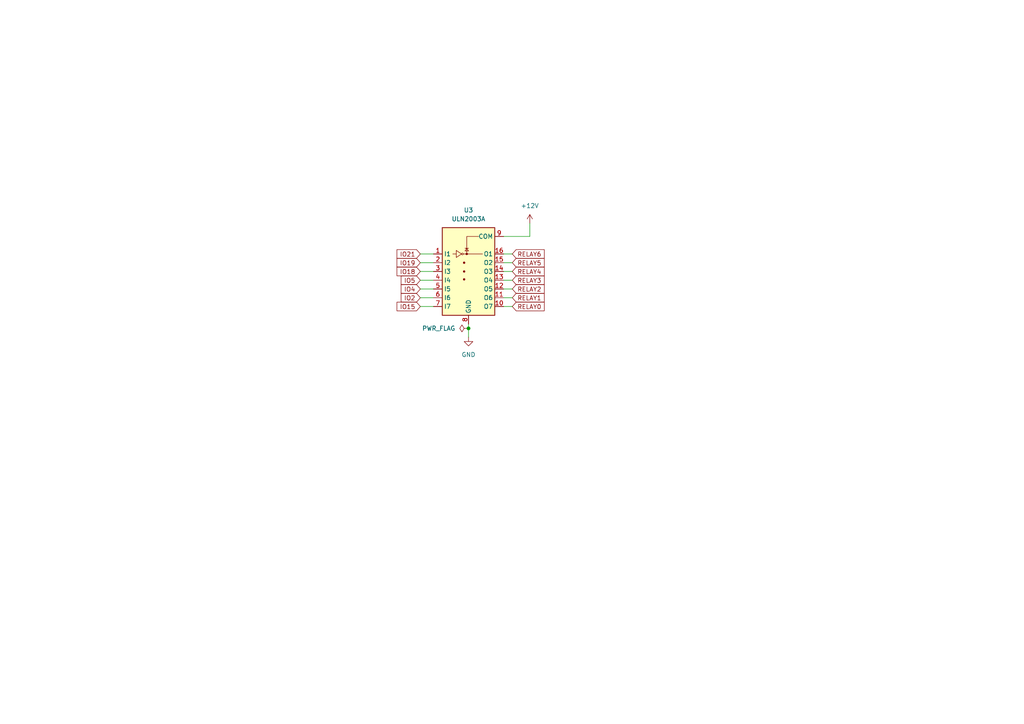
<source format=kicad_sch>
(kicad_sch (version 20230121) (generator eeschema)

  (uuid 8726aeec-0fb3-4c6d-b8ba-6667430acb5a)

  (paper "A4")

  (lib_symbols
    (symbol "Transistor_Array:ULN2003A" (in_bom yes) (on_board yes)
      (property "Reference" "U" (at 0 15.875 0)
        (effects (font (size 1.27 1.27)))
      )
      (property "Value" "ULN2003A" (at 0 13.97 0)
        (effects (font (size 1.27 1.27)))
      )
      (property "Footprint" "" (at 1.27 -13.97 0)
        (effects (font (size 1.27 1.27)) (justify left) hide)
      )
      (property "Datasheet" "http://www.ti.com/lit/ds/symlink/uln2003a.pdf" (at 2.54 -5.08 0)
        (effects (font (size 1.27 1.27)) hide)
      )
      (property "ki_keywords" "darlington transistor array" (at 0 0 0)
        (effects (font (size 1.27 1.27)) hide)
      )
      (property "ki_description" "High Voltage, High Current Darlington Transistor Arrays, SOIC16/SOIC16W/DIP16/TSSOP16" (at 0 0 0)
        (effects (font (size 1.27 1.27)) hide)
      )
      (property "ki_fp_filters" "DIP*W7.62mm* SOIC*3.9x9.9mm*P1.27mm* SSOP*4.4x5.2mm*P0.65mm* TSSOP*4.4x5mm*P0.65mm* SOIC*W*5.3x10.2mm*P1.27mm*" (at 0 0 0)
        (effects (font (size 1.27 1.27)) hide)
      )
      (symbol "ULN2003A_0_1"
        (rectangle (start -7.62 -12.7) (end 7.62 12.7)
          (stroke (width 0.254) (type default))
          (fill (type background))
        )
        (circle (center -1.778 5.08) (radius 0.254)
          (stroke (width 0) (type default))
          (fill (type none))
        )
        (circle (center -1.27 -2.286) (radius 0.254)
          (stroke (width 0) (type default))
          (fill (type outline))
        )
        (circle (center -1.27 0) (radius 0.254)
          (stroke (width 0) (type default))
          (fill (type outline))
        )
        (circle (center -1.27 2.54) (radius 0.254)
          (stroke (width 0) (type default))
          (fill (type outline))
        )
        (circle (center -0.508 5.08) (radius 0.254)
          (stroke (width 0) (type default))
          (fill (type outline))
        )
        (polyline
          (pts
            (xy -4.572 5.08)
            (xy -3.556 5.08)
          )
          (stroke (width 0) (type default))
          (fill (type none))
        )
        (polyline
          (pts
            (xy -1.524 5.08)
            (xy 4.064 5.08)
          )
          (stroke (width 0) (type default))
          (fill (type none))
        )
        (polyline
          (pts
            (xy 0 6.731)
            (xy -1.016 6.731)
          )
          (stroke (width 0) (type default))
          (fill (type none))
        )
        (polyline
          (pts
            (xy -0.508 5.08)
            (xy -0.508 10.16)
            (xy 2.921 10.16)
          )
          (stroke (width 0) (type default))
          (fill (type none))
        )
        (polyline
          (pts
            (xy -3.556 6.096)
            (xy -3.556 4.064)
            (xy -2.032 5.08)
            (xy -3.556 6.096)
          )
          (stroke (width 0) (type default))
          (fill (type none))
        )
        (polyline
          (pts
            (xy 0 5.969)
            (xy -1.016 5.969)
            (xy -0.508 6.731)
            (xy 0 5.969)
          )
          (stroke (width 0) (type default))
          (fill (type none))
        )
      )
      (symbol "ULN2003A_1_1"
        (pin input line (at -10.16 5.08 0) (length 2.54)
          (name "I1" (effects (font (size 1.27 1.27))))
          (number "1" (effects (font (size 1.27 1.27))))
        )
        (pin open_collector line (at 10.16 -10.16 180) (length 2.54)
          (name "O7" (effects (font (size 1.27 1.27))))
          (number "10" (effects (font (size 1.27 1.27))))
        )
        (pin open_collector line (at 10.16 -7.62 180) (length 2.54)
          (name "O6" (effects (font (size 1.27 1.27))))
          (number "11" (effects (font (size 1.27 1.27))))
        )
        (pin open_collector line (at 10.16 -5.08 180) (length 2.54)
          (name "O5" (effects (font (size 1.27 1.27))))
          (number "12" (effects (font (size 1.27 1.27))))
        )
        (pin open_collector line (at 10.16 -2.54 180) (length 2.54)
          (name "O4" (effects (font (size 1.27 1.27))))
          (number "13" (effects (font (size 1.27 1.27))))
        )
        (pin open_collector line (at 10.16 0 180) (length 2.54)
          (name "O3" (effects (font (size 1.27 1.27))))
          (number "14" (effects (font (size 1.27 1.27))))
        )
        (pin open_collector line (at 10.16 2.54 180) (length 2.54)
          (name "O2" (effects (font (size 1.27 1.27))))
          (number "15" (effects (font (size 1.27 1.27))))
        )
        (pin open_collector line (at 10.16 5.08 180) (length 2.54)
          (name "O1" (effects (font (size 1.27 1.27))))
          (number "16" (effects (font (size 1.27 1.27))))
        )
        (pin input line (at -10.16 2.54 0) (length 2.54)
          (name "I2" (effects (font (size 1.27 1.27))))
          (number "2" (effects (font (size 1.27 1.27))))
        )
        (pin input line (at -10.16 0 0) (length 2.54)
          (name "I3" (effects (font (size 1.27 1.27))))
          (number "3" (effects (font (size 1.27 1.27))))
        )
        (pin input line (at -10.16 -2.54 0) (length 2.54)
          (name "I4" (effects (font (size 1.27 1.27))))
          (number "4" (effects (font (size 1.27 1.27))))
        )
        (pin input line (at -10.16 -5.08 0) (length 2.54)
          (name "I5" (effects (font (size 1.27 1.27))))
          (number "5" (effects (font (size 1.27 1.27))))
        )
        (pin input line (at -10.16 -7.62 0) (length 2.54)
          (name "I6" (effects (font (size 1.27 1.27))))
          (number "6" (effects (font (size 1.27 1.27))))
        )
        (pin input line (at -10.16 -10.16 0) (length 2.54)
          (name "I7" (effects (font (size 1.27 1.27))))
          (number "7" (effects (font (size 1.27 1.27))))
        )
        (pin power_in line (at 0 -15.24 90) (length 2.54)
          (name "GND" (effects (font (size 1.27 1.27))))
          (number "8" (effects (font (size 1.27 1.27))))
        )
        (pin passive line (at 10.16 10.16 180) (length 2.54)
          (name "COM" (effects (font (size 1.27 1.27))))
          (number "9" (effects (font (size 1.27 1.27))))
        )
      )
    )
    (symbol "power:+12V" (power) (pin_names (offset 0)) (in_bom yes) (on_board yes)
      (property "Reference" "#PWR" (at 0 -3.81 0)
        (effects (font (size 1.27 1.27)) hide)
      )
      (property "Value" "+12V" (at 0 3.556 0)
        (effects (font (size 1.27 1.27)))
      )
      (property "Footprint" "" (at 0 0 0)
        (effects (font (size 1.27 1.27)) hide)
      )
      (property "Datasheet" "" (at 0 0 0)
        (effects (font (size 1.27 1.27)) hide)
      )
      (property "ki_keywords" "global power" (at 0 0 0)
        (effects (font (size 1.27 1.27)) hide)
      )
      (property "ki_description" "Power symbol creates a global label with name \"+12V\"" (at 0 0 0)
        (effects (font (size 1.27 1.27)) hide)
      )
      (symbol "+12V_0_1"
        (polyline
          (pts
            (xy -0.762 1.27)
            (xy 0 2.54)
          )
          (stroke (width 0) (type default))
          (fill (type none))
        )
        (polyline
          (pts
            (xy 0 0)
            (xy 0 2.54)
          )
          (stroke (width 0) (type default))
          (fill (type none))
        )
        (polyline
          (pts
            (xy 0 2.54)
            (xy 0.762 1.27)
          )
          (stroke (width 0) (type default))
          (fill (type none))
        )
      )
      (symbol "+12V_1_1"
        (pin power_in line (at 0 0 90) (length 0) hide
          (name "+12V" (effects (font (size 1.27 1.27))))
          (number "1" (effects (font (size 1.27 1.27))))
        )
      )
    )
    (symbol "power:GND" (power) (pin_names (offset 0)) (in_bom yes) (on_board yes)
      (property "Reference" "#PWR" (at 0 -6.35 0)
        (effects (font (size 1.27 1.27)) hide)
      )
      (property "Value" "GND" (at 0 -3.81 0)
        (effects (font (size 1.27 1.27)))
      )
      (property "Footprint" "" (at 0 0 0)
        (effects (font (size 1.27 1.27)) hide)
      )
      (property "Datasheet" "" (at 0 0 0)
        (effects (font (size 1.27 1.27)) hide)
      )
      (property "ki_keywords" "global power" (at 0 0 0)
        (effects (font (size 1.27 1.27)) hide)
      )
      (property "ki_description" "Power symbol creates a global label with name \"GND\" , ground" (at 0 0 0)
        (effects (font (size 1.27 1.27)) hide)
      )
      (symbol "GND_0_1"
        (polyline
          (pts
            (xy 0 0)
            (xy 0 -1.27)
            (xy 1.27 -1.27)
            (xy 0 -2.54)
            (xy -1.27 -1.27)
            (xy 0 -1.27)
          )
          (stroke (width 0) (type default))
          (fill (type none))
        )
      )
      (symbol "GND_1_1"
        (pin power_in line (at 0 0 270) (length 0) hide
          (name "GND" (effects (font (size 1.27 1.27))))
          (number "1" (effects (font (size 1.27 1.27))))
        )
      )
    )
    (symbol "power:PWR_FLAG" (power) (pin_numbers hide) (pin_names (offset 0) hide) (in_bom yes) (on_board yes)
      (property "Reference" "#FLG" (at 0 1.905 0)
        (effects (font (size 1.27 1.27)) hide)
      )
      (property "Value" "PWR_FLAG" (at 0 3.81 0)
        (effects (font (size 1.27 1.27)))
      )
      (property "Footprint" "" (at 0 0 0)
        (effects (font (size 1.27 1.27)) hide)
      )
      (property "Datasheet" "~" (at 0 0 0)
        (effects (font (size 1.27 1.27)) hide)
      )
      (property "ki_keywords" "flag power" (at 0 0 0)
        (effects (font (size 1.27 1.27)) hide)
      )
      (property "ki_description" "Special symbol for telling ERC where power comes from" (at 0 0 0)
        (effects (font (size 1.27 1.27)) hide)
      )
      (symbol "PWR_FLAG_0_0"
        (pin power_out line (at 0 0 90) (length 0)
          (name "pwr" (effects (font (size 1.27 1.27))))
          (number "1" (effects (font (size 1.27 1.27))))
        )
      )
      (symbol "PWR_FLAG_0_1"
        (polyline
          (pts
            (xy 0 0)
            (xy 0 1.27)
            (xy -1.016 1.905)
            (xy 0 2.54)
            (xy 1.016 1.905)
            (xy 0 1.27)
          )
          (stroke (width 0) (type default))
          (fill (type none))
        )
      )
    )
  )

  (junction (at 135.89 95.25) (diameter 0) (color 0 0 0 0)
    (uuid 46ea9161-f328-4540-9e55-28d8f5a11ed9)
  )

  (wire (pts (xy 153.67 68.58) (xy 153.67 64.77))
    (stroke (width 0) (type default))
    (uuid 06622382-0abe-42cf-84b9-485207e7a40c)
  )
  (wire (pts (xy 121.92 88.9) (xy 125.73 88.9))
    (stroke (width 0) (type default))
    (uuid 13520a43-e9f3-422f-b35e-95c013468f9b)
  )
  (wire (pts (xy 135.89 95.25) (xy 135.89 97.79))
    (stroke (width 0) (type default))
    (uuid 168bbefe-c287-4970-a8bd-074f781c040f)
  )
  (wire (pts (xy 146.05 73.66) (xy 148.59 73.66))
    (stroke (width 0) (type default))
    (uuid 40d3c45a-539d-40de-a585-3882cc6d0d96)
  )
  (wire (pts (xy 121.92 73.66) (xy 125.73 73.66))
    (stroke (width 0) (type default))
    (uuid 6e461800-5e1d-4217-b55a-67f0f2991159)
  )
  (wire (pts (xy 146.05 76.2) (xy 148.59 76.2))
    (stroke (width 0) (type default))
    (uuid 79dbec98-e1a1-4a69-8230-1787f191427a)
  )
  (wire (pts (xy 121.92 78.74) (xy 125.73 78.74))
    (stroke (width 0) (type default))
    (uuid 7e3044d7-cb14-4656-8998-9e035d9af9eb)
  )
  (wire (pts (xy 146.05 83.82) (xy 148.59 83.82))
    (stroke (width 0) (type default))
    (uuid 87abf166-f5ea-4418-9ae0-8e822627be6a)
  )
  (wire (pts (xy 121.92 86.36) (xy 125.73 86.36))
    (stroke (width 0) (type default))
    (uuid 904ff2a7-f286-4ce7-bb11-7a7895407b36)
  )
  (wire (pts (xy 146.05 86.36) (xy 148.59 86.36))
    (stroke (width 0) (type default))
    (uuid 9234c84a-4318-4534-bcf9-3c16363684a5)
  )
  (wire (pts (xy 146.05 88.9) (xy 148.59 88.9))
    (stroke (width 0) (type default))
    (uuid 989db2ec-af90-43d3-8084-5817616449fb)
  )
  (wire (pts (xy 135.89 93.98) (xy 135.89 95.25))
    (stroke (width 0) (type default))
    (uuid a048c447-16dd-45fb-a0ec-f1bdac21b4d2)
  )
  (wire (pts (xy 121.92 81.28) (xy 125.73 81.28))
    (stroke (width 0) (type default))
    (uuid aa28a78f-e10f-45b2-98bf-4592fa5a2209)
  )
  (wire (pts (xy 121.92 83.82) (xy 125.73 83.82))
    (stroke (width 0) (type default))
    (uuid b4990f3b-05aa-47a6-8c6c-54c36bd8be04)
  )
  (wire (pts (xy 121.92 76.2) (xy 125.73 76.2))
    (stroke (width 0) (type default))
    (uuid bf3f5ef4-fd03-4cb1-8aa0-7b75d8a446a0)
  )
  (wire (pts (xy 146.05 68.58) (xy 153.67 68.58))
    (stroke (width 0) (type default))
    (uuid d20864a6-403f-4fb0-981c-50b2b7d8ca54)
  )
  (wire (pts (xy 146.05 78.74) (xy 148.59 78.74))
    (stroke (width 0) (type default))
    (uuid e39ed6e3-4327-40ae-987d-ccedad5397b3)
  )
  (wire (pts (xy 146.05 81.28) (xy 148.59 81.28))
    (stroke (width 0) (type default))
    (uuid f948728c-5119-4ea4-882f-12c8756e3a2c)
  )

  (global_label "RELAY3" (shape input) (at 148.59 81.28 0) (fields_autoplaced)
    (effects (font (size 1.27 1.27)) (justify left))
    (uuid 12deabea-9c47-498b-bb95-9dc1a9c39e35)
    (property "Intersheetrefs" "${INTERSHEET_REFS}" (at 158.409 81.28 0)
      (effects (font (size 1.27 1.27)) (justify left) hide)
    )
  )
  (global_label "RELAY5" (shape input) (at 148.59 76.2 0) (fields_autoplaced)
    (effects (font (size 1.27 1.27)) (justify left))
    (uuid 1e709e2f-f533-4a38-8b29-0f51158ad014)
    (property "Intersheetrefs" "${INTERSHEET_REFS}" (at 158.409 76.2 0)
      (effects (font (size 1.27 1.27)) (justify left) hide)
    )
  )
  (global_label "RELAY1" (shape input) (at 148.59 86.36 0) (fields_autoplaced)
    (effects (font (size 1.27 1.27)) (justify left))
    (uuid 27d4e452-f03b-4282-9438-1e632462c2b8)
    (property "Intersheetrefs" "${INTERSHEET_REFS}" (at 158.409 86.36 0)
      (effects (font (size 1.27 1.27)) (justify left) hide)
    )
  )
  (global_label "RELAY6" (shape input) (at 148.59 73.66 0) (fields_autoplaced)
    (effects (font (size 1.27 1.27)) (justify left))
    (uuid 2941b86c-0e63-47db-b91d-ff19eb4b742d)
    (property "Intersheetrefs" "${INTERSHEET_REFS}" (at 158.409 73.66 0)
      (effects (font (size 1.27 1.27)) (justify left) hide)
    )
  )
  (global_label "IO5" (shape input) (at 121.92 81.28 180) (fields_autoplaced)
    (effects (font (size 1.27 1.27)) (justify right))
    (uuid 4c28e7d9-8c97-4e63-84c9-c35fd9268d2c)
    (property "Intersheetrefs" "${INTERSHEET_REFS}" (at 115.79 81.28 0)
      (effects (font (size 1.27 1.27)) (justify right) hide)
    )
  )
  (global_label "IO18" (shape input) (at 121.92 78.74 180) (fields_autoplaced)
    (effects (font (size 1.27 1.27)) (justify right))
    (uuid 58e78506-2ce3-4196-b4f5-9dce7f75be1d)
    (property "Intersheetrefs" "${INTERSHEET_REFS}" (at 114.5805 78.74 0)
      (effects (font (size 1.27 1.27)) (justify right) hide)
    )
  )
  (global_label "IO21" (shape input) (at 121.92 73.66 180) (fields_autoplaced)
    (effects (font (size 1.27 1.27)) (justify right))
    (uuid 645e45e8-4962-4695-9ef2-15c51f954a1f)
    (property "Intersheetrefs" "${INTERSHEET_REFS}" (at 114.5805 73.66 0)
      (effects (font (size 1.27 1.27)) (justify right) hide)
    )
  )
  (global_label "IO15" (shape input) (at 121.92 88.9 180) (fields_autoplaced)
    (effects (font (size 1.27 1.27)) (justify right))
    (uuid 8afa6a1e-236c-4d50-b0e7-f2564f7cabb5)
    (property "Intersheetrefs" "${INTERSHEET_REFS}" (at 114.5805 88.9 0)
      (effects (font (size 1.27 1.27)) (justify right) hide)
    )
  )
  (global_label "IO4" (shape input) (at 121.92 83.82 180) (fields_autoplaced)
    (effects (font (size 1.27 1.27)) (justify right))
    (uuid 973ad247-537f-4345-b22b-2a645d26c7de)
    (property "Intersheetrefs" "${INTERSHEET_REFS}" (at 115.79 83.82 0)
      (effects (font (size 1.27 1.27)) (justify right) hide)
    )
  )
  (global_label "RELAY2" (shape input) (at 148.59 83.82 0) (fields_autoplaced)
    (effects (font (size 1.27 1.27)) (justify left))
    (uuid abaae8c6-62d5-45cc-9ee1-1bc7871d2590)
    (property "Intersheetrefs" "${INTERSHEET_REFS}" (at 158.409 83.82 0)
      (effects (font (size 1.27 1.27)) (justify left) hide)
    )
  )
  (global_label "IO19" (shape input) (at 121.92 76.2 180) (fields_autoplaced)
    (effects (font (size 1.27 1.27)) (justify right))
    (uuid abda757c-aa0e-478e-91fb-fecca525d7a8)
    (property "Intersheetrefs" "${INTERSHEET_REFS}" (at 114.5805 76.2 0)
      (effects (font (size 1.27 1.27)) (justify right) hide)
    )
  )
  (global_label "RELAY0" (shape input) (at 148.59 88.9 0) (fields_autoplaced)
    (effects (font (size 1.27 1.27)) (justify left))
    (uuid f5e9f4d3-85ad-4d87-a2ed-1b621a616df5)
    (property "Intersheetrefs" "${INTERSHEET_REFS}" (at 158.409 88.9 0)
      (effects (font (size 1.27 1.27)) (justify left) hide)
    )
  )
  (global_label "IO2" (shape input) (at 121.92 86.36 180) (fields_autoplaced)
    (effects (font (size 1.27 1.27)) (justify right))
    (uuid f9378d48-5e62-4aee-a43d-05a64eb98595)
    (property "Intersheetrefs" "${INTERSHEET_REFS}" (at 115.79 86.36 0)
      (effects (font (size 1.27 1.27)) (justify right) hide)
    )
  )
  (global_label "RELAY4" (shape input) (at 148.59 78.74 0) (fields_autoplaced)
    (effects (font (size 1.27 1.27)) (justify left))
    (uuid fee26028-472b-4f7e-a363-1bab782be6a9)
    (property "Intersheetrefs" "${INTERSHEET_REFS}" (at 158.409 78.74 0)
      (effects (font (size 1.27 1.27)) (justify left) hide)
    )
  )

  (symbol (lib_id "power:GND") (at 135.89 97.79 0) (unit 1)
    (in_bom yes) (on_board yes) (dnp no) (fields_autoplaced)
    (uuid 2382c6dc-bf9b-4fd3-ba1c-c5fa8f66ef5d)
    (property "Reference" "#PWR012" (at 135.89 104.14 0)
      (effects (font (size 1.27 1.27)) hide)
    )
    (property "Value" "GND" (at 135.89 102.87 0)
      (effects (font (size 1.27 1.27)))
    )
    (property "Footprint" "" (at 135.89 97.79 0)
      (effects (font (size 1.27 1.27)) hide)
    )
    (property "Datasheet" "" (at 135.89 97.79 0)
      (effects (font (size 1.27 1.27)) hide)
    )
    (pin "1" (uuid 78a0c41b-b6bb-46be-b5f0-68741c30b733))
    (instances
      (project "proje1"
        (path "/de2361f6-4d87-41b2-bc17-0dac66eece83"
          (reference "#PWR012") (unit 1)
        )
        (path "/de2361f6-4d87-41b2-bc17-0dac66eece83/aaeae4cc-0662-4cc8-84c5-9324047de6b0"
          (reference "#PWR013") (unit 1)
        )
      )
    )
  )

  (symbol (lib_id "power:PWR_FLAG") (at 135.89 95.25 90) (unit 1)
    (in_bom yes) (on_board yes) (dnp no) (fields_autoplaced)
    (uuid 41c29fa3-efb2-45b2-b731-5e664c8251fd)
    (property "Reference" "#FLG01" (at 133.985 95.25 0)
      (effects (font (size 1.27 1.27)) hide)
    )
    (property "Value" "PWR_FLAG" (at 132.08 95.25 90)
      (effects (font (size 1.27 1.27)) (justify left))
    )
    (property "Footprint" "" (at 135.89 95.25 0)
      (effects (font (size 1.27 1.27)) hide)
    )
    (property "Datasheet" "~" (at 135.89 95.25 0)
      (effects (font (size 1.27 1.27)) hide)
    )
    (pin "1" (uuid 8c159539-76ba-4a2e-b629-fa1bfdcc3482))
    (instances
      (project "proje1"
        (path "/de2361f6-4d87-41b2-bc17-0dac66eece83"
          (reference "#FLG01") (unit 1)
        )
        (path "/de2361f6-4d87-41b2-bc17-0dac66eece83/aaeae4cc-0662-4cc8-84c5-9324047de6b0"
          (reference "#FLG04") (unit 1)
        )
      )
    )
  )

  (symbol (lib_id "Transistor_Array:ULN2003A") (at 135.89 78.74 0) (unit 1)
    (in_bom yes) (on_board yes) (dnp no) (fields_autoplaced)
    (uuid 6bc53721-d4e2-4f92-9eb4-b7e1c6fc6c86)
    (property "Reference" "U3" (at 135.89 60.96 0)
      (effects (font (size 1.27 1.27)))
    )
    (property "Value" "ULN2003A" (at 135.89 63.5 0)
      (effects (font (size 1.27 1.27)))
    )
    (property "Footprint" "" (at 137.16 92.71 0)
      (effects (font (size 1.27 1.27)) (justify left) hide)
    )
    (property "Datasheet" "http://www.ti.com/lit/ds/symlink/uln2003a.pdf" (at 138.43 83.82 0)
      (effects (font (size 1.27 1.27)) hide)
    )
    (pin "1" (uuid 99055a40-bf46-4261-8fc1-0bfd92840898))
    (pin "10" (uuid 5ce2f6d0-a3e9-4488-8038-ab5867fedbe0))
    (pin "11" (uuid 40c87972-b608-49eb-9c9e-4a253dedc6df))
    (pin "12" (uuid bc6a2c13-661d-4ccd-8416-bd1099565789))
    (pin "13" (uuid cd060ddf-4cb8-4af9-8510-f5ce242ce12b))
    (pin "14" (uuid 794198ab-5f5c-4272-a384-6270000fd8db))
    (pin "15" (uuid a51f4563-8019-4fdb-aa99-f4e6bd016210))
    (pin "16" (uuid 02377c48-74a2-4fc4-8a95-8460b600f085))
    (pin "2" (uuid 8bff2a28-61c7-4117-93be-5597f8c05fcf))
    (pin "3" (uuid 04ba2c06-0fe9-476f-92f5-a0a22bee63e8))
    (pin "4" (uuid 898c4b88-69bb-4808-809e-f719757ab5ab))
    (pin "5" (uuid 174b09d9-20be-4c57-8cc6-0376f484d69e))
    (pin "6" (uuid 7bef08e2-62c4-4b0a-88a0-6362019cf813))
    (pin "7" (uuid 006502af-4744-45d1-a2c1-99c5a65b194b))
    (pin "8" (uuid 63e29961-bb5e-4455-a5c1-1b8d391eca70))
    (pin "9" (uuid 265c2338-84a4-479b-9176-0f09574a146c))
    (instances
      (project "proje1"
        (path "/de2361f6-4d87-41b2-bc17-0dac66eece83"
          (reference "U3") (unit 1)
        )
        (path "/de2361f6-4d87-41b2-bc17-0dac66eece83/aaeae4cc-0662-4cc8-84c5-9324047de6b0"
          (reference "U8") (unit 1)
        )
      )
    )
  )

  (symbol (lib_id "power:+12V") (at 153.67 64.77 0) (unit 1)
    (in_bom yes) (on_board yes) (dnp no) (fields_autoplaced)
    (uuid c0ac8844-bbe8-4aa1-9703-8d66fed406be)
    (property "Reference" "#PWR010" (at 153.67 68.58 0)
      (effects (font (size 1.27 1.27)) hide)
    )
    (property "Value" "+12V" (at 153.67 59.69 0)
      (effects (font (size 1.27 1.27)))
    )
    (property "Footprint" "" (at 153.67 64.77 0)
      (effects (font (size 1.27 1.27)) hide)
    )
    (property "Datasheet" "" (at 153.67 64.77 0)
      (effects (font (size 1.27 1.27)) hide)
    )
    (pin "1" (uuid 9379ddf1-9ccb-4f3a-bbdc-2e5defd6d279))
    (instances
      (project "proje1"
        (path "/de2361f6-4d87-41b2-bc17-0dac66eece83"
          (reference "#PWR010") (unit 1)
        )
        (path "/de2361f6-4d87-41b2-bc17-0dac66eece83/aaeae4cc-0662-4cc8-84c5-9324047de6b0"
          (reference "#PWR014") (unit 1)
        )
      )
    )
  )
)

</source>
